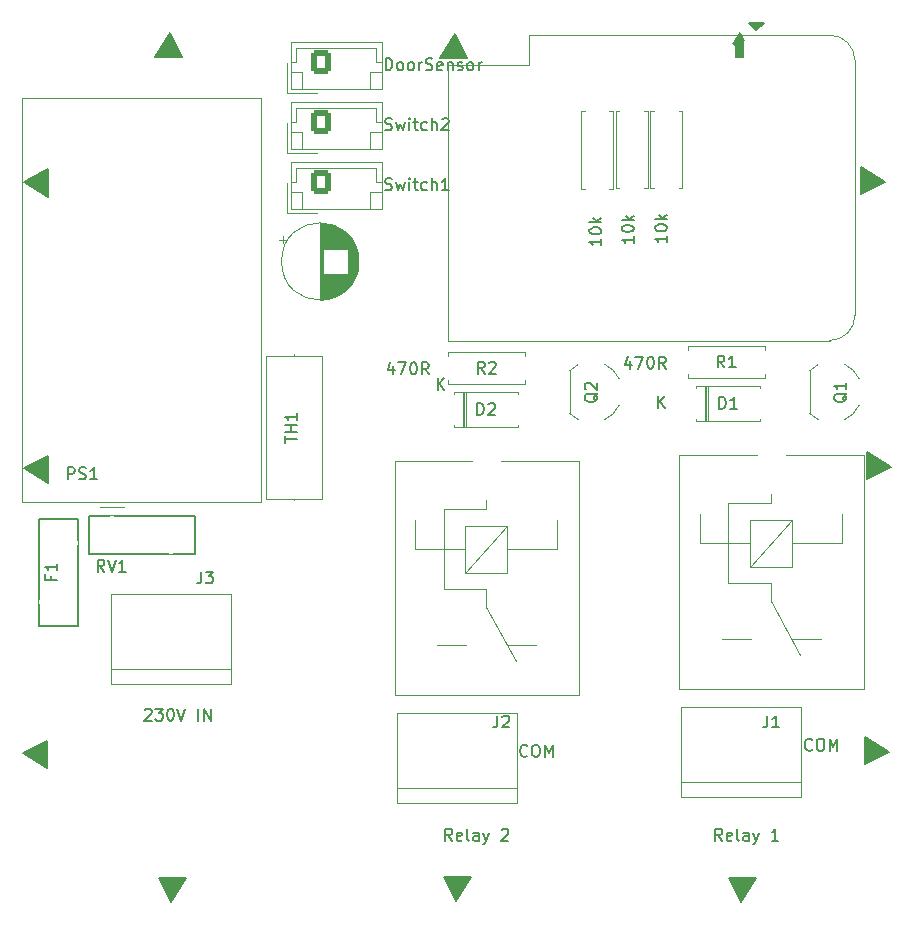
<source format=gto>
G04 #@! TF.GenerationSoftware,KiCad,Pcbnew,7.0.10*
G04 #@! TF.CreationDate,2024-03-10T12:39:23+01:00*
G04 #@! TF.ProjectId,double_relay,646f7562-6c65-45f7-9265-6c61792e6b69,rev?*
G04 #@! TF.SameCoordinates,Original*
G04 #@! TF.FileFunction,Legend,Top*
G04 #@! TF.FilePolarity,Positive*
%FSLAX46Y46*%
G04 Gerber Fmt 4.6, Leading zero omitted, Abs format (unit mm)*
G04 Created by KiCad (PCBNEW 7.0.10) date 2024-03-10 12:39:23*
%MOMM*%
%LPD*%
G01*
G04 APERTURE LIST*
G04 Aperture macros list*
%AMRoundRect*
0 Rectangle with rounded corners*
0 $1 Rounding radius*
0 $2 $3 $4 $5 $6 $7 $8 $9 X,Y pos of 4 corners*
0 Add a 4 corners polygon primitive as box body*
4,1,4,$2,$3,$4,$5,$6,$7,$8,$9,$2,$3,0*
0 Add four circle primitives for the rounded corners*
1,1,$1+$1,$2,$3*
1,1,$1+$1,$4,$5*
1,1,$1+$1,$6,$7*
1,1,$1+$1,$8,$9*
0 Add four rect primitives between the rounded corners*
20,1,$1+$1,$2,$3,$4,$5,0*
20,1,$1+$1,$4,$5,$6,$7,0*
20,1,$1+$1,$6,$7,$8,$9,0*
20,1,$1+$1,$8,$9,$2,$3,0*%
G04 Aperture macros list end*
%ADD10C,0.150000*%
%ADD11C,0.120000*%
%ADD12R,3.000000X3.000000*%
%ADD13C,3.000000*%
%ADD14R,2.200000X2.200000*%
%ADD15O,2.200000X2.200000*%
%ADD16R,1.500000X1.500000*%
%ADD17C,1.500000*%
%ADD18R,1.600000X1.600000*%
%ADD19C,1.600000*%
%ADD20C,2.000000*%
%ADD21RoundRect,0.250000X-0.600000X-0.750000X0.600000X-0.750000X0.600000X0.750000X-0.600000X0.750000X0*%
%ADD22O,1.700000X2.000000*%
%ADD23O,1.600000X1.600000*%
%ADD24C,2.500000*%
%ADD25C,2.400000*%
%ADD26O,2.400000X2.400000*%
%ADD27R,2.000000X2.300000*%
%ADD28C,2.300000*%
%ADD29R,2.000000X2.000000*%
%ADD30O,1.600000X2.000000*%
G04 APERTURE END LIST*
D10*
X129515067Y-62250303D02*
X127474148Y-63271320D01*
X127460660Y-60977872D01*
X129515067Y-62250303D01*
G36*
X129515067Y-62250303D02*
G01*
X127474148Y-63271320D01*
X127460660Y-60977872D01*
X129515067Y-62250303D01*
G37*
X58161811Y-63558518D02*
X56107404Y-62286087D01*
X58148323Y-61265070D01*
X58161811Y-63558518D01*
G36*
X58161811Y-63558518D02*
G01*
X56107404Y-62286087D01*
X58148323Y-61265070D01*
X58161811Y-63558518D01*
G37*
X58121457Y-39326340D02*
X56067050Y-38053909D01*
X58107969Y-37032892D01*
X58121457Y-39326340D01*
G36*
X58121457Y-39326340D02*
G01*
X56067050Y-38053909D01*
X58107969Y-37032892D01*
X58121457Y-39326340D01*
G37*
X58045303Y-87704624D02*
X55990896Y-86432193D01*
X58031815Y-85411176D01*
X58045303Y-87704624D01*
G36*
X58045303Y-87704624D02*
G01*
X55990896Y-86432193D01*
X58031815Y-85411176D01*
X58045303Y-87704624D01*
G37*
X93607763Y-27581063D02*
X91314315Y-27594551D01*
X92586746Y-25540144D01*
X93607763Y-27581063D01*
G36*
X93607763Y-27581063D02*
G01*
X91314315Y-27594551D01*
X92586746Y-25540144D01*
X93607763Y-27581063D01*
G37*
X117735332Y-27506125D02*
X115441884Y-27519613D01*
X116714315Y-25465206D01*
X117735332Y-27506125D01*
G36*
X117735332Y-27506125D02*
G01*
X115441884Y-27519613D01*
X116714315Y-25465206D01*
X117735332Y-27506125D01*
G37*
X69475332Y-27506125D02*
X67181884Y-27519613D01*
X68454315Y-25465206D01*
X69475332Y-27506125D01*
G36*
X69475332Y-27506125D02*
G01*
X67181884Y-27519613D01*
X68454315Y-25465206D01*
X69475332Y-27506125D01*
G37*
X129371496Y-86357133D02*
X127330577Y-87378150D01*
X127317089Y-85084702D01*
X129371496Y-86357133D01*
G36*
X129371496Y-86357133D02*
G01*
X127330577Y-87378150D01*
X127317089Y-85084702D01*
X129371496Y-86357133D01*
G37*
X92707569Y-98985062D02*
X91686552Y-96944143D01*
X93980000Y-96930655D01*
X92707569Y-98985062D01*
G36*
X92707569Y-98985062D02*
G01*
X91686552Y-96944143D01*
X93980000Y-96930655D01*
X92707569Y-98985062D01*
G37*
X68580000Y-99060000D02*
X67558983Y-97019081D01*
X69852431Y-97005593D01*
X68580000Y-99060000D01*
G36*
X68580000Y-99060000D02*
G01*
X67558983Y-97019081D01*
X69852431Y-97005593D01*
X68580000Y-99060000D01*
G37*
X116840000Y-99060000D02*
X115818983Y-97019081D01*
X118112431Y-97005593D01*
X116840000Y-99060000D01*
G36*
X116840000Y-99060000D02*
G01*
X115818983Y-97019081D01*
X118112431Y-97005593D01*
X116840000Y-99060000D01*
G37*
X129040919Y-38117872D02*
X127000000Y-39138889D01*
X126986512Y-36845441D01*
X129040919Y-38117872D01*
G36*
X129040919Y-38117872D02*
G01*
X127000000Y-39138889D01*
X126986512Y-36845441D01*
X129040919Y-38117872D01*
G37*
X87368402Y-53700933D02*
X87368402Y-54367600D01*
X87130307Y-53319981D02*
X86892212Y-54034266D01*
X86892212Y-54034266D02*
X87511259Y-54034266D01*
X87796974Y-53367600D02*
X88463640Y-53367600D01*
X88463640Y-53367600D02*
X88035069Y-54367600D01*
X89035069Y-53367600D02*
X89130307Y-53367600D01*
X89130307Y-53367600D02*
X89225545Y-53415219D01*
X89225545Y-53415219D02*
X89273164Y-53462838D01*
X89273164Y-53462838D02*
X89320783Y-53558076D01*
X89320783Y-53558076D02*
X89368402Y-53748552D01*
X89368402Y-53748552D02*
X89368402Y-53986647D01*
X89368402Y-53986647D02*
X89320783Y-54177123D01*
X89320783Y-54177123D02*
X89273164Y-54272361D01*
X89273164Y-54272361D02*
X89225545Y-54319981D01*
X89225545Y-54319981D02*
X89130307Y-54367600D01*
X89130307Y-54367600D02*
X89035069Y-54367600D01*
X89035069Y-54367600D02*
X88939831Y-54319981D01*
X88939831Y-54319981D02*
X88892212Y-54272361D01*
X88892212Y-54272361D02*
X88844593Y-54177123D01*
X88844593Y-54177123D02*
X88796974Y-53986647D01*
X88796974Y-53986647D02*
X88796974Y-53748552D01*
X88796974Y-53748552D02*
X88844593Y-53558076D01*
X88844593Y-53558076D02*
X88892212Y-53462838D01*
X88892212Y-53462838D02*
X88939831Y-53415219D01*
X88939831Y-53415219D02*
X89035069Y-53367600D01*
X90368402Y-54367600D02*
X90035069Y-53891409D01*
X89796974Y-54367600D02*
X89796974Y-53367600D01*
X89796974Y-53367600D02*
X90177926Y-53367600D01*
X90177926Y-53367600D02*
X90273164Y-53415219D01*
X90273164Y-53415219D02*
X90320783Y-53462838D01*
X90320783Y-53462838D02*
X90368402Y-53558076D01*
X90368402Y-53558076D02*
X90368402Y-53700933D01*
X90368402Y-53700933D02*
X90320783Y-53796171D01*
X90320783Y-53796171D02*
X90273164Y-53843790D01*
X90273164Y-53843790D02*
X90177926Y-53891409D01*
X90177926Y-53891409D02*
X89796974Y-53891409D01*
X86679160Y-38732200D02*
X86822017Y-38779819D01*
X86822017Y-38779819D02*
X87060112Y-38779819D01*
X87060112Y-38779819D02*
X87155350Y-38732200D01*
X87155350Y-38732200D02*
X87202969Y-38684580D01*
X87202969Y-38684580D02*
X87250588Y-38589342D01*
X87250588Y-38589342D02*
X87250588Y-38494104D01*
X87250588Y-38494104D02*
X87202969Y-38398866D01*
X87202969Y-38398866D02*
X87155350Y-38351247D01*
X87155350Y-38351247D02*
X87060112Y-38303628D01*
X87060112Y-38303628D02*
X86869636Y-38256009D01*
X86869636Y-38256009D02*
X86774398Y-38208390D01*
X86774398Y-38208390D02*
X86726779Y-38160771D01*
X86726779Y-38160771D02*
X86679160Y-38065533D01*
X86679160Y-38065533D02*
X86679160Y-37970295D01*
X86679160Y-37970295D02*
X86726779Y-37875057D01*
X86726779Y-37875057D02*
X86774398Y-37827438D01*
X86774398Y-37827438D02*
X86869636Y-37779819D01*
X86869636Y-37779819D02*
X87107731Y-37779819D01*
X87107731Y-37779819D02*
X87250588Y-37827438D01*
X87583922Y-38113152D02*
X87774398Y-38779819D01*
X87774398Y-38779819D02*
X87964874Y-38303628D01*
X87964874Y-38303628D02*
X88155350Y-38779819D01*
X88155350Y-38779819D02*
X88345826Y-38113152D01*
X88726779Y-38779819D02*
X88726779Y-38113152D01*
X88726779Y-37779819D02*
X88679160Y-37827438D01*
X88679160Y-37827438D02*
X88726779Y-37875057D01*
X88726779Y-37875057D02*
X88774398Y-37827438D01*
X88774398Y-37827438D02*
X88726779Y-37779819D01*
X88726779Y-37779819D02*
X88726779Y-37875057D01*
X89060112Y-38113152D02*
X89441064Y-38113152D01*
X89202969Y-37779819D02*
X89202969Y-38636961D01*
X89202969Y-38636961D02*
X89250588Y-38732200D01*
X89250588Y-38732200D02*
X89345826Y-38779819D01*
X89345826Y-38779819D02*
X89441064Y-38779819D01*
X90202969Y-38732200D02*
X90107731Y-38779819D01*
X90107731Y-38779819D02*
X89917255Y-38779819D01*
X89917255Y-38779819D02*
X89822017Y-38732200D01*
X89822017Y-38732200D02*
X89774398Y-38684580D01*
X89774398Y-38684580D02*
X89726779Y-38589342D01*
X89726779Y-38589342D02*
X89726779Y-38303628D01*
X89726779Y-38303628D02*
X89774398Y-38208390D01*
X89774398Y-38208390D02*
X89822017Y-38160771D01*
X89822017Y-38160771D02*
X89917255Y-38113152D01*
X89917255Y-38113152D02*
X90107731Y-38113152D01*
X90107731Y-38113152D02*
X90202969Y-38160771D01*
X90631541Y-38779819D02*
X90631541Y-37779819D01*
X91060112Y-38779819D02*
X91060112Y-38256009D01*
X91060112Y-38256009D02*
X91012493Y-38160771D01*
X91012493Y-38160771D02*
X90917255Y-38113152D01*
X90917255Y-38113152D02*
X90774398Y-38113152D01*
X90774398Y-38113152D02*
X90679160Y-38160771D01*
X90679160Y-38160771D02*
X90631541Y-38208390D01*
X92060112Y-38779819D02*
X91488684Y-38779819D01*
X91774398Y-38779819D02*
X91774398Y-37779819D01*
X91774398Y-37779819D02*
X91679160Y-37922676D01*
X91679160Y-37922676D02*
X91583922Y-38017914D01*
X91583922Y-38017914D02*
X91488684Y-38065533D01*
X66329160Y-82785057D02*
X66376779Y-82737438D01*
X66376779Y-82737438D02*
X66472017Y-82689819D01*
X66472017Y-82689819D02*
X66710112Y-82689819D01*
X66710112Y-82689819D02*
X66805350Y-82737438D01*
X66805350Y-82737438D02*
X66852969Y-82785057D01*
X66852969Y-82785057D02*
X66900588Y-82880295D01*
X66900588Y-82880295D02*
X66900588Y-82975533D01*
X66900588Y-82975533D02*
X66852969Y-83118390D01*
X66852969Y-83118390D02*
X66281541Y-83689819D01*
X66281541Y-83689819D02*
X66900588Y-83689819D01*
X67233922Y-82689819D02*
X67852969Y-82689819D01*
X67852969Y-82689819D02*
X67519636Y-83070771D01*
X67519636Y-83070771D02*
X67662493Y-83070771D01*
X67662493Y-83070771D02*
X67757731Y-83118390D01*
X67757731Y-83118390D02*
X67805350Y-83166009D01*
X67805350Y-83166009D02*
X67852969Y-83261247D01*
X67852969Y-83261247D02*
X67852969Y-83499342D01*
X67852969Y-83499342D02*
X67805350Y-83594580D01*
X67805350Y-83594580D02*
X67757731Y-83642200D01*
X67757731Y-83642200D02*
X67662493Y-83689819D01*
X67662493Y-83689819D02*
X67376779Y-83689819D01*
X67376779Y-83689819D02*
X67281541Y-83642200D01*
X67281541Y-83642200D02*
X67233922Y-83594580D01*
X68472017Y-82689819D02*
X68567255Y-82689819D01*
X68567255Y-82689819D02*
X68662493Y-82737438D01*
X68662493Y-82737438D02*
X68710112Y-82785057D01*
X68710112Y-82785057D02*
X68757731Y-82880295D01*
X68757731Y-82880295D02*
X68805350Y-83070771D01*
X68805350Y-83070771D02*
X68805350Y-83308866D01*
X68805350Y-83308866D02*
X68757731Y-83499342D01*
X68757731Y-83499342D02*
X68710112Y-83594580D01*
X68710112Y-83594580D02*
X68662493Y-83642200D01*
X68662493Y-83642200D02*
X68567255Y-83689819D01*
X68567255Y-83689819D02*
X68472017Y-83689819D01*
X68472017Y-83689819D02*
X68376779Y-83642200D01*
X68376779Y-83642200D02*
X68329160Y-83594580D01*
X68329160Y-83594580D02*
X68281541Y-83499342D01*
X68281541Y-83499342D02*
X68233922Y-83308866D01*
X68233922Y-83308866D02*
X68233922Y-83070771D01*
X68233922Y-83070771D02*
X68281541Y-82880295D01*
X68281541Y-82880295D02*
X68329160Y-82785057D01*
X68329160Y-82785057D02*
X68376779Y-82737438D01*
X68376779Y-82737438D02*
X68472017Y-82689819D01*
X69091065Y-82689819D02*
X69424398Y-83689819D01*
X69424398Y-83689819D02*
X69757731Y-82689819D01*
X70852970Y-83689819D02*
X70852970Y-82689819D01*
X71329160Y-83689819D02*
X71329160Y-82689819D01*
X71329160Y-82689819D02*
X71900588Y-83689819D01*
X71900588Y-83689819D02*
X71900588Y-82689819D01*
X122828207Y-86134580D02*
X122780588Y-86182200D01*
X122780588Y-86182200D02*
X122637731Y-86229819D01*
X122637731Y-86229819D02*
X122542493Y-86229819D01*
X122542493Y-86229819D02*
X122399636Y-86182200D01*
X122399636Y-86182200D02*
X122304398Y-86086961D01*
X122304398Y-86086961D02*
X122256779Y-85991723D01*
X122256779Y-85991723D02*
X122209160Y-85801247D01*
X122209160Y-85801247D02*
X122209160Y-85658390D01*
X122209160Y-85658390D02*
X122256779Y-85467914D01*
X122256779Y-85467914D02*
X122304398Y-85372676D01*
X122304398Y-85372676D02*
X122399636Y-85277438D01*
X122399636Y-85277438D02*
X122542493Y-85229819D01*
X122542493Y-85229819D02*
X122637731Y-85229819D01*
X122637731Y-85229819D02*
X122780588Y-85277438D01*
X122780588Y-85277438D02*
X122828207Y-85325057D01*
X123447255Y-85229819D02*
X123637731Y-85229819D01*
X123637731Y-85229819D02*
X123732969Y-85277438D01*
X123732969Y-85277438D02*
X123828207Y-85372676D01*
X123828207Y-85372676D02*
X123875826Y-85563152D01*
X123875826Y-85563152D02*
X123875826Y-85896485D01*
X123875826Y-85896485D02*
X123828207Y-86086961D01*
X123828207Y-86086961D02*
X123732969Y-86182200D01*
X123732969Y-86182200D02*
X123637731Y-86229819D01*
X123637731Y-86229819D02*
X123447255Y-86229819D01*
X123447255Y-86229819D02*
X123352017Y-86182200D01*
X123352017Y-86182200D02*
X123256779Y-86086961D01*
X123256779Y-86086961D02*
X123209160Y-85896485D01*
X123209160Y-85896485D02*
X123209160Y-85563152D01*
X123209160Y-85563152D02*
X123256779Y-85372676D01*
X123256779Y-85372676D02*
X123352017Y-85277438D01*
X123352017Y-85277438D02*
X123447255Y-85229819D01*
X124304398Y-86229819D02*
X124304398Y-85229819D01*
X124304398Y-85229819D02*
X124637731Y-85944104D01*
X124637731Y-85944104D02*
X124971064Y-85229819D01*
X124971064Y-85229819D02*
X124971064Y-86229819D01*
X107726622Y-42693964D02*
X107726622Y-43265392D01*
X107726622Y-42979678D02*
X106726622Y-42979678D01*
X106726622Y-42979678D02*
X106869479Y-43074916D01*
X106869479Y-43074916D02*
X106964717Y-43170154D01*
X106964717Y-43170154D02*
X107012336Y-43265392D01*
X106726622Y-42074916D02*
X106726622Y-41979678D01*
X106726622Y-41979678D02*
X106774241Y-41884440D01*
X106774241Y-41884440D02*
X106821860Y-41836821D01*
X106821860Y-41836821D02*
X106917098Y-41789202D01*
X106917098Y-41789202D02*
X107107574Y-41741583D01*
X107107574Y-41741583D02*
X107345669Y-41741583D01*
X107345669Y-41741583D02*
X107536145Y-41789202D01*
X107536145Y-41789202D02*
X107631383Y-41836821D01*
X107631383Y-41836821D02*
X107679003Y-41884440D01*
X107679003Y-41884440D02*
X107726622Y-41979678D01*
X107726622Y-41979678D02*
X107726622Y-42074916D01*
X107726622Y-42074916D02*
X107679003Y-42170154D01*
X107679003Y-42170154D02*
X107631383Y-42217773D01*
X107631383Y-42217773D02*
X107536145Y-42265392D01*
X107536145Y-42265392D02*
X107345669Y-42313011D01*
X107345669Y-42313011D02*
X107107574Y-42313011D01*
X107107574Y-42313011D02*
X106917098Y-42265392D01*
X106917098Y-42265392D02*
X106821860Y-42217773D01*
X106821860Y-42217773D02*
X106774241Y-42170154D01*
X106774241Y-42170154D02*
X106726622Y-42074916D01*
X107726622Y-41313011D02*
X106726622Y-41313011D01*
X107345669Y-41217773D02*
X107726622Y-40932059D01*
X107059955Y-40932059D02*
X107440907Y-41313011D01*
X92348207Y-93849819D02*
X92014874Y-93373628D01*
X91776779Y-93849819D02*
X91776779Y-92849819D01*
X91776779Y-92849819D02*
X92157731Y-92849819D01*
X92157731Y-92849819D02*
X92252969Y-92897438D01*
X92252969Y-92897438D02*
X92300588Y-92945057D01*
X92300588Y-92945057D02*
X92348207Y-93040295D01*
X92348207Y-93040295D02*
X92348207Y-93183152D01*
X92348207Y-93183152D02*
X92300588Y-93278390D01*
X92300588Y-93278390D02*
X92252969Y-93326009D01*
X92252969Y-93326009D02*
X92157731Y-93373628D01*
X92157731Y-93373628D02*
X91776779Y-93373628D01*
X93157731Y-93802200D02*
X93062493Y-93849819D01*
X93062493Y-93849819D02*
X92872017Y-93849819D01*
X92872017Y-93849819D02*
X92776779Y-93802200D01*
X92776779Y-93802200D02*
X92729160Y-93706961D01*
X92729160Y-93706961D02*
X92729160Y-93326009D01*
X92729160Y-93326009D02*
X92776779Y-93230771D01*
X92776779Y-93230771D02*
X92872017Y-93183152D01*
X92872017Y-93183152D02*
X93062493Y-93183152D01*
X93062493Y-93183152D02*
X93157731Y-93230771D01*
X93157731Y-93230771D02*
X93205350Y-93326009D01*
X93205350Y-93326009D02*
X93205350Y-93421247D01*
X93205350Y-93421247D02*
X92729160Y-93516485D01*
X93776779Y-93849819D02*
X93681541Y-93802200D01*
X93681541Y-93802200D02*
X93633922Y-93706961D01*
X93633922Y-93706961D02*
X93633922Y-92849819D01*
X94586303Y-93849819D02*
X94586303Y-93326009D01*
X94586303Y-93326009D02*
X94538684Y-93230771D01*
X94538684Y-93230771D02*
X94443446Y-93183152D01*
X94443446Y-93183152D02*
X94252970Y-93183152D01*
X94252970Y-93183152D02*
X94157732Y-93230771D01*
X94586303Y-93802200D02*
X94491065Y-93849819D01*
X94491065Y-93849819D02*
X94252970Y-93849819D01*
X94252970Y-93849819D02*
X94157732Y-93802200D01*
X94157732Y-93802200D02*
X94110113Y-93706961D01*
X94110113Y-93706961D02*
X94110113Y-93611723D01*
X94110113Y-93611723D02*
X94157732Y-93516485D01*
X94157732Y-93516485D02*
X94252970Y-93468866D01*
X94252970Y-93468866D02*
X94491065Y-93468866D01*
X94491065Y-93468866D02*
X94586303Y-93421247D01*
X94967256Y-93183152D02*
X95205351Y-93849819D01*
X95443446Y-93183152D02*
X95205351Y-93849819D01*
X95205351Y-93849819D02*
X95110113Y-94087914D01*
X95110113Y-94087914D02*
X95062494Y-94135533D01*
X95062494Y-94135533D02*
X94967256Y-94183152D01*
X96538685Y-92945057D02*
X96586304Y-92897438D01*
X96586304Y-92897438D02*
X96681542Y-92849819D01*
X96681542Y-92849819D02*
X96919637Y-92849819D01*
X96919637Y-92849819D02*
X97014875Y-92897438D01*
X97014875Y-92897438D02*
X97062494Y-92945057D01*
X97062494Y-92945057D02*
X97110113Y-93040295D01*
X97110113Y-93040295D02*
X97110113Y-93135533D01*
X97110113Y-93135533D02*
X97062494Y-93278390D01*
X97062494Y-93278390D02*
X96491066Y-93849819D01*
X96491066Y-93849819D02*
X97110113Y-93849819D01*
X107445350Y-53222147D02*
X107445350Y-53888814D01*
X107207255Y-52841195D02*
X106969160Y-53555480D01*
X106969160Y-53555480D02*
X107588207Y-53555480D01*
X107873922Y-52888814D02*
X108540588Y-52888814D01*
X108540588Y-52888814D02*
X108112017Y-53888814D01*
X109112017Y-52888814D02*
X109207255Y-52888814D01*
X109207255Y-52888814D02*
X109302493Y-52936433D01*
X109302493Y-52936433D02*
X109350112Y-52984052D01*
X109350112Y-52984052D02*
X109397731Y-53079290D01*
X109397731Y-53079290D02*
X109445350Y-53269766D01*
X109445350Y-53269766D02*
X109445350Y-53507861D01*
X109445350Y-53507861D02*
X109397731Y-53698337D01*
X109397731Y-53698337D02*
X109350112Y-53793575D01*
X109350112Y-53793575D02*
X109302493Y-53841195D01*
X109302493Y-53841195D02*
X109207255Y-53888814D01*
X109207255Y-53888814D02*
X109112017Y-53888814D01*
X109112017Y-53888814D02*
X109016779Y-53841195D01*
X109016779Y-53841195D02*
X108969160Y-53793575D01*
X108969160Y-53793575D02*
X108921541Y-53698337D01*
X108921541Y-53698337D02*
X108873922Y-53507861D01*
X108873922Y-53507861D02*
X108873922Y-53269766D01*
X108873922Y-53269766D02*
X108921541Y-53079290D01*
X108921541Y-53079290D02*
X108969160Y-52984052D01*
X108969160Y-52984052D02*
X109016779Y-52936433D01*
X109016779Y-52936433D02*
X109112017Y-52888814D01*
X110445350Y-53888814D02*
X110112017Y-53412623D01*
X109873922Y-53888814D02*
X109873922Y-52888814D01*
X109873922Y-52888814D02*
X110254874Y-52888814D01*
X110254874Y-52888814D02*
X110350112Y-52936433D01*
X110350112Y-52936433D02*
X110397731Y-52984052D01*
X110397731Y-52984052D02*
X110445350Y-53079290D01*
X110445350Y-53079290D02*
X110445350Y-53222147D01*
X110445350Y-53222147D02*
X110397731Y-53317385D01*
X110397731Y-53317385D02*
X110350112Y-53365004D01*
X110350112Y-53365004D02*
X110254874Y-53412623D01*
X110254874Y-53412623D02*
X109873922Y-53412623D01*
X115208207Y-93849819D02*
X114874874Y-93373628D01*
X114636779Y-93849819D02*
X114636779Y-92849819D01*
X114636779Y-92849819D02*
X115017731Y-92849819D01*
X115017731Y-92849819D02*
X115112969Y-92897438D01*
X115112969Y-92897438D02*
X115160588Y-92945057D01*
X115160588Y-92945057D02*
X115208207Y-93040295D01*
X115208207Y-93040295D02*
X115208207Y-93183152D01*
X115208207Y-93183152D02*
X115160588Y-93278390D01*
X115160588Y-93278390D02*
X115112969Y-93326009D01*
X115112969Y-93326009D02*
X115017731Y-93373628D01*
X115017731Y-93373628D02*
X114636779Y-93373628D01*
X116017731Y-93802200D02*
X115922493Y-93849819D01*
X115922493Y-93849819D02*
X115732017Y-93849819D01*
X115732017Y-93849819D02*
X115636779Y-93802200D01*
X115636779Y-93802200D02*
X115589160Y-93706961D01*
X115589160Y-93706961D02*
X115589160Y-93326009D01*
X115589160Y-93326009D02*
X115636779Y-93230771D01*
X115636779Y-93230771D02*
X115732017Y-93183152D01*
X115732017Y-93183152D02*
X115922493Y-93183152D01*
X115922493Y-93183152D02*
X116017731Y-93230771D01*
X116017731Y-93230771D02*
X116065350Y-93326009D01*
X116065350Y-93326009D02*
X116065350Y-93421247D01*
X116065350Y-93421247D02*
X115589160Y-93516485D01*
X116636779Y-93849819D02*
X116541541Y-93802200D01*
X116541541Y-93802200D02*
X116493922Y-93706961D01*
X116493922Y-93706961D02*
X116493922Y-92849819D01*
X117446303Y-93849819D02*
X117446303Y-93326009D01*
X117446303Y-93326009D02*
X117398684Y-93230771D01*
X117398684Y-93230771D02*
X117303446Y-93183152D01*
X117303446Y-93183152D02*
X117112970Y-93183152D01*
X117112970Y-93183152D02*
X117017732Y-93230771D01*
X117446303Y-93802200D02*
X117351065Y-93849819D01*
X117351065Y-93849819D02*
X117112970Y-93849819D01*
X117112970Y-93849819D02*
X117017732Y-93802200D01*
X117017732Y-93802200D02*
X116970113Y-93706961D01*
X116970113Y-93706961D02*
X116970113Y-93611723D01*
X116970113Y-93611723D02*
X117017732Y-93516485D01*
X117017732Y-93516485D02*
X117112970Y-93468866D01*
X117112970Y-93468866D02*
X117351065Y-93468866D01*
X117351065Y-93468866D02*
X117446303Y-93421247D01*
X117827256Y-93183152D02*
X118065351Y-93849819D01*
X118303446Y-93183152D02*
X118065351Y-93849819D01*
X118065351Y-93849819D02*
X117970113Y-94087914D01*
X117970113Y-94087914D02*
X117922494Y-94135533D01*
X117922494Y-94135533D02*
X117827256Y-94183152D01*
X119970113Y-93849819D02*
X119398685Y-93849819D01*
X119684399Y-93849819D02*
X119684399Y-92849819D01*
X119684399Y-92849819D02*
X119589161Y-92992676D01*
X119589161Y-92992676D02*
X119493923Y-93087914D01*
X119493923Y-93087914D02*
X119398685Y-93135533D01*
X86679160Y-33652200D02*
X86822017Y-33699819D01*
X86822017Y-33699819D02*
X87060112Y-33699819D01*
X87060112Y-33699819D02*
X87155350Y-33652200D01*
X87155350Y-33652200D02*
X87202969Y-33604580D01*
X87202969Y-33604580D02*
X87250588Y-33509342D01*
X87250588Y-33509342D02*
X87250588Y-33414104D01*
X87250588Y-33414104D02*
X87202969Y-33318866D01*
X87202969Y-33318866D02*
X87155350Y-33271247D01*
X87155350Y-33271247D02*
X87060112Y-33223628D01*
X87060112Y-33223628D02*
X86869636Y-33176009D01*
X86869636Y-33176009D02*
X86774398Y-33128390D01*
X86774398Y-33128390D02*
X86726779Y-33080771D01*
X86726779Y-33080771D02*
X86679160Y-32985533D01*
X86679160Y-32985533D02*
X86679160Y-32890295D01*
X86679160Y-32890295D02*
X86726779Y-32795057D01*
X86726779Y-32795057D02*
X86774398Y-32747438D01*
X86774398Y-32747438D02*
X86869636Y-32699819D01*
X86869636Y-32699819D02*
X87107731Y-32699819D01*
X87107731Y-32699819D02*
X87250588Y-32747438D01*
X87583922Y-33033152D02*
X87774398Y-33699819D01*
X87774398Y-33699819D02*
X87964874Y-33223628D01*
X87964874Y-33223628D02*
X88155350Y-33699819D01*
X88155350Y-33699819D02*
X88345826Y-33033152D01*
X88726779Y-33699819D02*
X88726779Y-33033152D01*
X88726779Y-32699819D02*
X88679160Y-32747438D01*
X88679160Y-32747438D02*
X88726779Y-32795057D01*
X88726779Y-32795057D02*
X88774398Y-32747438D01*
X88774398Y-32747438D02*
X88726779Y-32699819D01*
X88726779Y-32699819D02*
X88726779Y-32795057D01*
X89060112Y-33033152D02*
X89441064Y-33033152D01*
X89202969Y-32699819D02*
X89202969Y-33556961D01*
X89202969Y-33556961D02*
X89250588Y-33652200D01*
X89250588Y-33652200D02*
X89345826Y-33699819D01*
X89345826Y-33699819D02*
X89441064Y-33699819D01*
X90202969Y-33652200D02*
X90107731Y-33699819D01*
X90107731Y-33699819D02*
X89917255Y-33699819D01*
X89917255Y-33699819D02*
X89822017Y-33652200D01*
X89822017Y-33652200D02*
X89774398Y-33604580D01*
X89774398Y-33604580D02*
X89726779Y-33509342D01*
X89726779Y-33509342D02*
X89726779Y-33223628D01*
X89726779Y-33223628D02*
X89774398Y-33128390D01*
X89774398Y-33128390D02*
X89822017Y-33080771D01*
X89822017Y-33080771D02*
X89917255Y-33033152D01*
X89917255Y-33033152D02*
X90107731Y-33033152D01*
X90107731Y-33033152D02*
X90202969Y-33080771D01*
X90631541Y-33699819D02*
X90631541Y-32699819D01*
X91060112Y-33699819D02*
X91060112Y-33176009D01*
X91060112Y-33176009D02*
X91012493Y-33080771D01*
X91012493Y-33080771D02*
X90917255Y-33033152D01*
X90917255Y-33033152D02*
X90774398Y-33033152D01*
X90774398Y-33033152D02*
X90679160Y-33080771D01*
X90679160Y-33080771D02*
X90631541Y-33128390D01*
X91488684Y-32795057D02*
X91536303Y-32747438D01*
X91536303Y-32747438D02*
X91631541Y-32699819D01*
X91631541Y-32699819D02*
X91869636Y-32699819D01*
X91869636Y-32699819D02*
X91964874Y-32747438D01*
X91964874Y-32747438D02*
X92012493Y-32795057D01*
X92012493Y-32795057D02*
X92060112Y-32890295D01*
X92060112Y-32890295D02*
X92060112Y-32985533D01*
X92060112Y-32985533D02*
X92012493Y-33128390D01*
X92012493Y-33128390D02*
X91441065Y-33699819D01*
X91441065Y-33699819D02*
X92060112Y-33699819D01*
X104973857Y-42897873D02*
X104973857Y-43469301D01*
X104973857Y-43183587D02*
X103973857Y-43183587D01*
X103973857Y-43183587D02*
X104116714Y-43278825D01*
X104116714Y-43278825D02*
X104211952Y-43374063D01*
X104211952Y-43374063D02*
X104259571Y-43469301D01*
X103973857Y-42278825D02*
X103973857Y-42183587D01*
X103973857Y-42183587D02*
X104021476Y-42088349D01*
X104021476Y-42088349D02*
X104069095Y-42040730D01*
X104069095Y-42040730D02*
X104164333Y-41993111D01*
X104164333Y-41993111D02*
X104354809Y-41945492D01*
X104354809Y-41945492D02*
X104592904Y-41945492D01*
X104592904Y-41945492D02*
X104783380Y-41993111D01*
X104783380Y-41993111D02*
X104878618Y-42040730D01*
X104878618Y-42040730D02*
X104926238Y-42088349D01*
X104926238Y-42088349D02*
X104973857Y-42183587D01*
X104973857Y-42183587D02*
X104973857Y-42278825D01*
X104973857Y-42278825D02*
X104926238Y-42374063D01*
X104926238Y-42374063D02*
X104878618Y-42421682D01*
X104878618Y-42421682D02*
X104783380Y-42469301D01*
X104783380Y-42469301D02*
X104592904Y-42516920D01*
X104592904Y-42516920D02*
X104354809Y-42516920D01*
X104354809Y-42516920D02*
X104164333Y-42469301D01*
X104164333Y-42469301D02*
X104069095Y-42421682D01*
X104069095Y-42421682D02*
X104021476Y-42374063D01*
X104021476Y-42374063D02*
X103973857Y-42278825D01*
X104973857Y-41516920D02*
X103973857Y-41516920D01*
X104592904Y-41421682D02*
X104973857Y-41135968D01*
X104307190Y-41135968D02*
X104688142Y-41516920D01*
X98723338Y-86649890D02*
X98675719Y-86697510D01*
X98675719Y-86697510D02*
X98532862Y-86745129D01*
X98532862Y-86745129D02*
X98437624Y-86745129D01*
X98437624Y-86745129D02*
X98294767Y-86697510D01*
X98294767Y-86697510D02*
X98199529Y-86602271D01*
X98199529Y-86602271D02*
X98151910Y-86507033D01*
X98151910Y-86507033D02*
X98104291Y-86316557D01*
X98104291Y-86316557D02*
X98104291Y-86173700D01*
X98104291Y-86173700D02*
X98151910Y-85983224D01*
X98151910Y-85983224D02*
X98199529Y-85887986D01*
X98199529Y-85887986D02*
X98294767Y-85792748D01*
X98294767Y-85792748D02*
X98437624Y-85745129D01*
X98437624Y-85745129D02*
X98532862Y-85745129D01*
X98532862Y-85745129D02*
X98675719Y-85792748D01*
X98675719Y-85792748D02*
X98723338Y-85840367D01*
X99342386Y-85745129D02*
X99532862Y-85745129D01*
X99532862Y-85745129D02*
X99628100Y-85792748D01*
X99628100Y-85792748D02*
X99723338Y-85887986D01*
X99723338Y-85887986D02*
X99770957Y-86078462D01*
X99770957Y-86078462D02*
X99770957Y-86411795D01*
X99770957Y-86411795D02*
X99723338Y-86602271D01*
X99723338Y-86602271D02*
X99628100Y-86697510D01*
X99628100Y-86697510D02*
X99532862Y-86745129D01*
X99532862Y-86745129D02*
X99342386Y-86745129D01*
X99342386Y-86745129D02*
X99247148Y-86697510D01*
X99247148Y-86697510D02*
X99151910Y-86602271D01*
X99151910Y-86602271D02*
X99104291Y-86411795D01*
X99104291Y-86411795D02*
X99104291Y-86078462D01*
X99104291Y-86078462D02*
X99151910Y-85887986D01*
X99151910Y-85887986D02*
X99247148Y-85792748D01*
X99247148Y-85792748D02*
X99342386Y-85745129D01*
X100199529Y-86745129D02*
X100199529Y-85745129D01*
X100199529Y-85745129D02*
X100532862Y-86459414D01*
X100532862Y-86459414D02*
X100866195Y-85745129D01*
X100866195Y-85745129D02*
X100866195Y-86745129D01*
X110530365Y-42642987D02*
X110530365Y-43214415D01*
X110530365Y-42928701D02*
X109530365Y-42928701D01*
X109530365Y-42928701D02*
X109673222Y-43023939D01*
X109673222Y-43023939D02*
X109768460Y-43119177D01*
X109768460Y-43119177D02*
X109816079Y-43214415D01*
X109530365Y-42023939D02*
X109530365Y-41928701D01*
X109530365Y-41928701D02*
X109577984Y-41833463D01*
X109577984Y-41833463D02*
X109625603Y-41785844D01*
X109625603Y-41785844D02*
X109720841Y-41738225D01*
X109720841Y-41738225D02*
X109911317Y-41690606D01*
X109911317Y-41690606D02*
X110149412Y-41690606D01*
X110149412Y-41690606D02*
X110339888Y-41738225D01*
X110339888Y-41738225D02*
X110435126Y-41785844D01*
X110435126Y-41785844D02*
X110482746Y-41833463D01*
X110482746Y-41833463D02*
X110530365Y-41928701D01*
X110530365Y-41928701D02*
X110530365Y-42023939D01*
X110530365Y-42023939D02*
X110482746Y-42119177D01*
X110482746Y-42119177D02*
X110435126Y-42166796D01*
X110435126Y-42166796D02*
X110339888Y-42214415D01*
X110339888Y-42214415D02*
X110149412Y-42262034D01*
X110149412Y-42262034D02*
X109911317Y-42262034D01*
X109911317Y-42262034D02*
X109720841Y-42214415D01*
X109720841Y-42214415D02*
X109625603Y-42166796D01*
X109625603Y-42166796D02*
X109577984Y-42119177D01*
X109577984Y-42119177D02*
X109530365Y-42023939D01*
X110530365Y-41262034D02*
X109530365Y-41262034D01*
X110149412Y-41166796D02*
X110530365Y-40881082D01*
X109863698Y-40881082D02*
X110244650Y-41262034D01*
X86726779Y-28619819D02*
X86726779Y-27619819D01*
X86726779Y-27619819D02*
X86964874Y-27619819D01*
X86964874Y-27619819D02*
X87107731Y-27667438D01*
X87107731Y-27667438D02*
X87202969Y-27762676D01*
X87202969Y-27762676D02*
X87250588Y-27857914D01*
X87250588Y-27857914D02*
X87298207Y-28048390D01*
X87298207Y-28048390D02*
X87298207Y-28191247D01*
X87298207Y-28191247D02*
X87250588Y-28381723D01*
X87250588Y-28381723D02*
X87202969Y-28476961D01*
X87202969Y-28476961D02*
X87107731Y-28572200D01*
X87107731Y-28572200D02*
X86964874Y-28619819D01*
X86964874Y-28619819D02*
X86726779Y-28619819D01*
X87869636Y-28619819D02*
X87774398Y-28572200D01*
X87774398Y-28572200D02*
X87726779Y-28524580D01*
X87726779Y-28524580D02*
X87679160Y-28429342D01*
X87679160Y-28429342D02*
X87679160Y-28143628D01*
X87679160Y-28143628D02*
X87726779Y-28048390D01*
X87726779Y-28048390D02*
X87774398Y-28000771D01*
X87774398Y-28000771D02*
X87869636Y-27953152D01*
X87869636Y-27953152D02*
X88012493Y-27953152D01*
X88012493Y-27953152D02*
X88107731Y-28000771D01*
X88107731Y-28000771D02*
X88155350Y-28048390D01*
X88155350Y-28048390D02*
X88202969Y-28143628D01*
X88202969Y-28143628D02*
X88202969Y-28429342D01*
X88202969Y-28429342D02*
X88155350Y-28524580D01*
X88155350Y-28524580D02*
X88107731Y-28572200D01*
X88107731Y-28572200D02*
X88012493Y-28619819D01*
X88012493Y-28619819D02*
X87869636Y-28619819D01*
X88774398Y-28619819D02*
X88679160Y-28572200D01*
X88679160Y-28572200D02*
X88631541Y-28524580D01*
X88631541Y-28524580D02*
X88583922Y-28429342D01*
X88583922Y-28429342D02*
X88583922Y-28143628D01*
X88583922Y-28143628D02*
X88631541Y-28048390D01*
X88631541Y-28048390D02*
X88679160Y-28000771D01*
X88679160Y-28000771D02*
X88774398Y-27953152D01*
X88774398Y-27953152D02*
X88917255Y-27953152D01*
X88917255Y-27953152D02*
X89012493Y-28000771D01*
X89012493Y-28000771D02*
X89060112Y-28048390D01*
X89060112Y-28048390D02*
X89107731Y-28143628D01*
X89107731Y-28143628D02*
X89107731Y-28429342D01*
X89107731Y-28429342D02*
X89060112Y-28524580D01*
X89060112Y-28524580D02*
X89012493Y-28572200D01*
X89012493Y-28572200D02*
X88917255Y-28619819D01*
X88917255Y-28619819D02*
X88774398Y-28619819D01*
X89536303Y-28619819D02*
X89536303Y-27953152D01*
X89536303Y-28143628D02*
X89583922Y-28048390D01*
X89583922Y-28048390D02*
X89631541Y-28000771D01*
X89631541Y-28000771D02*
X89726779Y-27953152D01*
X89726779Y-27953152D02*
X89822017Y-27953152D01*
X90107732Y-28572200D02*
X90250589Y-28619819D01*
X90250589Y-28619819D02*
X90488684Y-28619819D01*
X90488684Y-28619819D02*
X90583922Y-28572200D01*
X90583922Y-28572200D02*
X90631541Y-28524580D01*
X90631541Y-28524580D02*
X90679160Y-28429342D01*
X90679160Y-28429342D02*
X90679160Y-28334104D01*
X90679160Y-28334104D02*
X90631541Y-28238866D01*
X90631541Y-28238866D02*
X90583922Y-28191247D01*
X90583922Y-28191247D02*
X90488684Y-28143628D01*
X90488684Y-28143628D02*
X90298208Y-28096009D01*
X90298208Y-28096009D02*
X90202970Y-28048390D01*
X90202970Y-28048390D02*
X90155351Y-28000771D01*
X90155351Y-28000771D02*
X90107732Y-27905533D01*
X90107732Y-27905533D02*
X90107732Y-27810295D01*
X90107732Y-27810295D02*
X90155351Y-27715057D01*
X90155351Y-27715057D02*
X90202970Y-27667438D01*
X90202970Y-27667438D02*
X90298208Y-27619819D01*
X90298208Y-27619819D02*
X90536303Y-27619819D01*
X90536303Y-27619819D02*
X90679160Y-27667438D01*
X91488684Y-28572200D02*
X91393446Y-28619819D01*
X91393446Y-28619819D02*
X91202970Y-28619819D01*
X91202970Y-28619819D02*
X91107732Y-28572200D01*
X91107732Y-28572200D02*
X91060113Y-28476961D01*
X91060113Y-28476961D02*
X91060113Y-28096009D01*
X91060113Y-28096009D02*
X91107732Y-28000771D01*
X91107732Y-28000771D02*
X91202970Y-27953152D01*
X91202970Y-27953152D02*
X91393446Y-27953152D01*
X91393446Y-27953152D02*
X91488684Y-28000771D01*
X91488684Y-28000771D02*
X91536303Y-28096009D01*
X91536303Y-28096009D02*
X91536303Y-28191247D01*
X91536303Y-28191247D02*
X91060113Y-28286485D01*
X91964875Y-27953152D02*
X91964875Y-28619819D01*
X91964875Y-28048390D02*
X92012494Y-28000771D01*
X92012494Y-28000771D02*
X92107732Y-27953152D01*
X92107732Y-27953152D02*
X92250589Y-27953152D01*
X92250589Y-27953152D02*
X92345827Y-28000771D01*
X92345827Y-28000771D02*
X92393446Y-28096009D01*
X92393446Y-28096009D02*
X92393446Y-28619819D01*
X92822018Y-28572200D02*
X92917256Y-28619819D01*
X92917256Y-28619819D02*
X93107732Y-28619819D01*
X93107732Y-28619819D02*
X93202970Y-28572200D01*
X93202970Y-28572200D02*
X93250589Y-28476961D01*
X93250589Y-28476961D02*
X93250589Y-28429342D01*
X93250589Y-28429342D02*
X93202970Y-28334104D01*
X93202970Y-28334104D02*
X93107732Y-28286485D01*
X93107732Y-28286485D02*
X92964875Y-28286485D01*
X92964875Y-28286485D02*
X92869637Y-28238866D01*
X92869637Y-28238866D02*
X92822018Y-28143628D01*
X92822018Y-28143628D02*
X92822018Y-28096009D01*
X92822018Y-28096009D02*
X92869637Y-28000771D01*
X92869637Y-28000771D02*
X92964875Y-27953152D01*
X92964875Y-27953152D02*
X93107732Y-27953152D01*
X93107732Y-27953152D02*
X93202970Y-28000771D01*
X93822018Y-28619819D02*
X93726780Y-28572200D01*
X93726780Y-28572200D02*
X93679161Y-28524580D01*
X93679161Y-28524580D02*
X93631542Y-28429342D01*
X93631542Y-28429342D02*
X93631542Y-28143628D01*
X93631542Y-28143628D02*
X93679161Y-28048390D01*
X93679161Y-28048390D02*
X93726780Y-28000771D01*
X93726780Y-28000771D02*
X93822018Y-27953152D01*
X93822018Y-27953152D02*
X93964875Y-27953152D01*
X93964875Y-27953152D02*
X94060113Y-28000771D01*
X94060113Y-28000771D02*
X94107732Y-28048390D01*
X94107732Y-28048390D02*
X94155351Y-28143628D01*
X94155351Y-28143628D02*
X94155351Y-28429342D01*
X94155351Y-28429342D02*
X94107732Y-28524580D01*
X94107732Y-28524580D02*
X94060113Y-28572200D01*
X94060113Y-28572200D02*
X93964875Y-28619819D01*
X93964875Y-28619819D02*
X93822018Y-28619819D01*
X94583923Y-28619819D02*
X94583923Y-27953152D01*
X94583923Y-28143628D02*
X94631542Y-28048390D01*
X94631542Y-28048390D02*
X94679161Y-28000771D01*
X94679161Y-28000771D02*
X94774399Y-27953152D01*
X94774399Y-27953152D02*
X94869637Y-27953152D01*
X71105622Y-71086333D02*
X71105622Y-71800618D01*
X71105622Y-71800618D02*
X71058003Y-71943475D01*
X71058003Y-71943475D02*
X70962765Y-72038714D01*
X70962765Y-72038714D02*
X70819908Y-72086333D01*
X70819908Y-72086333D02*
X70724670Y-72086333D01*
X71486575Y-71086333D02*
X72105622Y-71086333D01*
X72105622Y-71086333D02*
X71772289Y-71467285D01*
X71772289Y-71467285D02*
X71915146Y-71467285D01*
X71915146Y-71467285D02*
X72010384Y-71514904D01*
X72010384Y-71514904D02*
X72058003Y-71562523D01*
X72058003Y-71562523D02*
X72105622Y-71657761D01*
X72105622Y-71657761D02*
X72105622Y-71895856D01*
X72105622Y-71895856D02*
X72058003Y-71991094D01*
X72058003Y-71991094D02*
X72010384Y-72038714D01*
X72010384Y-72038714D02*
X71915146Y-72086333D01*
X71915146Y-72086333D02*
X71629432Y-72086333D01*
X71629432Y-72086333D02*
X71534194Y-72038714D01*
X71534194Y-72038714D02*
X71486575Y-71991094D01*
X114963069Y-57291039D02*
X114963069Y-56291039D01*
X114963069Y-56291039D02*
X115201164Y-56291039D01*
X115201164Y-56291039D02*
X115344021Y-56338658D01*
X115344021Y-56338658D02*
X115439259Y-56433896D01*
X115439259Y-56433896D02*
X115486878Y-56529134D01*
X115486878Y-56529134D02*
X115534497Y-56719610D01*
X115534497Y-56719610D02*
X115534497Y-56862467D01*
X115534497Y-56862467D02*
X115486878Y-57052943D01*
X115486878Y-57052943D02*
X115439259Y-57148181D01*
X115439259Y-57148181D02*
X115344021Y-57243420D01*
X115344021Y-57243420D02*
X115201164Y-57291039D01*
X115201164Y-57291039D02*
X114963069Y-57291039D01*
X116486878Y-57291039D02*
X115915450Y-57291039D01*
X116201164Y-57291039D02*
X116201164Y-56291039D01*
X116201164Y-56291039D02*
X116105926Y-56433896D01*
X116105926Y-56433896D02*
X116010688Y-56529134D01*
X116010688Y-56529134D02*
X115915450Y-56576753D01*
X109821791Y-57249312D02*
X109821791Y-56249312D01*
X110393219Y-57249312D02*
X109964648Y-56677883D01*
X110393219Y-56249312D02*
X109821791Y-56820740D01*
X119046666Y-83274819D02*
X119046666Y-83989104D01*
X119046666Y-83989104D02*
X118999047Y-84131961D01*
X118999047Y-84131961D02*
X118903809Y-84227200D01*
X118903809Y-84227200D02*
X118760952Y-84274819D01*
X118760952Y-84274819D02*
X118665714Y-84274819D01*
X120046666Y-84274819D02*
X119475238Y-84274819D01*
X119760952Y-84274819D02*
X119760952Y-83274819D01*
X119760952Y-83274819D02*
X119665714Y-83417676D01*
X119665714Y-83417676D02*
X119570476Y-83512914D01*
X119570476Y-83512914D02*
X119475238Y-83560533D01*
X125780057Y-55975238D02*
X125732438Y-56070476D01*
X125732438Y-56070476D02*
X125637200Y-56165714D01*
X125637200Y-56165714D02*
X125494342Y-56308571D01*
X125494342Y-56308571D02*
X125446723Y-56403809D01*
X125446723Y-56403809D02*
X125446723Y-56499047D01*
X125684819Y-56451428D02*
X125637200Y-56546666D01*
X125637200Y-56546666D02*
X125541961Y-56641904D01*
X125541961Y-56641904D02*
X125351485Y-56689523D01*
X125351485Y-56689523D02*
X125018152Y-56689523D01*
X125018152Y-56689523D02*
X124827676Y-56641904D01*
X124827676Y-56641904D02*
X124732438Y-56546666D01*
X124732438Y-56546666D02*
X124684819Y-56451428D01*
X124684819Y-56451428D02*
X124684819Y-56260952D01*
X124684819Y-56260952D02*
X124732438Y-56165714D01*
X124732438Y-56165714D02*
X124827676Y-56070476D01*
X124827676Y-56070476D02*
X125018152Y-56022857D01*
X125018152Y-56022857D02*
X125351485Y-56022857D01*
X125351485Y-56022857D02*
X125541961Y-56070476D01*
X125541961Y-56070476D02*
X125637200Y-56165714D01*
X125637200Y-56165714D02*
X125684819Y-56260952D01*
X125684819Y-56260952D02*
X125684819Y-56451428D01*
X125684819Y-55070476D02*
X125684819Y-55641904D01*
X125684819Y-55356190D02*
X124684819Y-55356190D01*
X124684819Y-55356190D02*
X124827676Y-55451428D01*
X124827676Y-55451428D02*
X124922914Y-55546666D01*
X124922914Y-55546666D02*
X124970533Y-55641904D01*
X58351009Y-71453333D02*
X58351009Y-71786666D01*
X58874819Y-71786666D02*
X57874819Y-71786666D01*
X57874819Y-71786666D02*
X57874819Y-71310476D01*
X58874819Y-70405714D02*
X58874819Y-70977142D01*
X58874819Y-70691428D02*
X57874819Y-70691428D01*
X57874819Y-70691428D02*
X58017676Y-70786666D01*
X58017676Y-70786666D02*
X58112914Y-70881904D01*
X58112914Y-70881904D02*
X58160533Y-70977142D01*
X95108464Y-54310129D02*
X94775131Y-53833938D01*
X94537036Y-54310129D02*
X94537036Y-53310129D01*
X94537036Y-53310129D02*
X94917988Y-53310129D01*
X94917988Y-53310129D02*
X95013226Y-53357748D01*
X95013226Y-53357748D02*
X95060845Y-53405367D01*
X95060845Y-53405367D02*
X95108464Y-53500605D01*
X95108464Y-53500605D02*
X95108464Y-53643462D01*
X95108464Y-53643462D02*
X95060845Y-53738700D01*
X95060845Y-53738700D02*
X95013226Y-53786319D01*
X95013226Y-53786319D02*
X94917988Y-53833938D01*
X94917988Y-53833938D02*
X94537036Y-53833938D01*
X95489417Y-53405367D02*
X95537036Y-53357748D01*
X95537036Y-53357748D02*
X95632274Y-53310129D01*
X95632274Y-53310129D02*
X95870369Y-53310129D01*
X95870369Y-53310129D02*
X95965607Y-53357748D01*
X95965607Y-53357748D02*
X96013226Y-53405367D01*
X96013226Y-53405367D02*
X96060845Y-53500605D01*
X96060845Y-53500605D02*
X96060845Y-53595843D01*
X96060845Y-53595843D02*
X96013226Y-53738700D01*
X96013226Y-53738700D02*
X95441798Y-54310129D01*
X95441798Y-54310129D02*
X96060845Y-54310129D01*
X62904761Y-71084819D02*
X62571428Y-70608628D01*
X62333333Y-71084819D02*
X62333333Y-70084819D01*
X62333333Y-70084819D02*
X62714285Y-70084819D01*
X62714285Y-70084819D02*
X62809523Y-70132438D01*
X62809523Y-70132438D02*
X62857142Y-70180057D01*
X62857142Y-70180057D02*
X62904761Y-70275295D01*
X62904761Y-70275295D02*
X62904761Y-70418152D01*
X62904761Y-70418152D02*
X62857142Y-70513390D01*
X62857142Y-70513390D02*
X62809523Y-70561009D01*
X62809523Y-70561009D02*
X62714285Y-70608628D01*
X62714285Y-70608628D02*
X62333333Y-70608628D01*
X63190476Y-70084819D02*
X63523809Y-71084819D01*
X63523809Y-71084819D02*
X63857142Y-70084819D01*
X64714285Y-71084819D02*
X64142857Y-71084819D01*
X64428571Y-71084819D02*
X64428571Y-70084819D01*
X64428571Y-70084819D02*
X64333333Y-70227676D01*
X64333333Y-70227676D02*
X64238095Y-70322914D01*
X64238095Y-70322914D02*
X64142857Y-70370533D01*
X94463247Y-57806349D02*
X94463247Y-56806349D01*
X94463247Y-56806349D02*
X94701342Y-56806349D01*
X94701342Y-56806349D02*
X94844199Y-56853968D01*
X94844199Y-56853968D02*
X94939437Y-56949206D01*
X94939437Y-56949206D02*
X94987056Y-57044444D01*
X94987056Y-57044444D02*
X95034675Y-57234920D01*
X95034675Y-57234920D02*
X95034675Y-57377777D01*
X95034675Y-57377777D02*
X94987056Y-57568253D01*
X94987056Y-57568253D02*
X94939437Y-57663491D01*
X94939437Y-57663491D02*
X94844199Y-57758730D01*
X94844199Y-57758730D02*
X94701342Y-57806349D01*
X94701342Y-57806349D02*
X94463247Y-57806349D01*
X95415628Y-56901587D02*
X95463247Y-56853968D01*
X95463247Y-56853968D02*
X95558485Y-56806349D01*
X95558485Y-56806349D02*
X95796580Y-56806349D01*
X95796580Y-56806349D02*
X95891818Y-56853968D01*
X95891818Y-56853968D02*
X95939437Y-56901587D01*
X95939437Y-56901587D02*
X95987056Y-56996825D01*
X95987056Y-56996825D02*
X95987056Y-57092063D01*
X95987056Y-57092063D02*
X95939437Y-57234920D01*
X95939437Y-57234920D02*
X95368009Y-57806349D01*
X95368009Y-57806349D02*
X95987056Y-57806349D01*
X91129437Y-55706349D02*
X91129437Y-54706349D01*
X91700865Y-55706349D02*
X91272294Y-55134920D01*
X91700865Y-54706349D02*
X91129437Y-55277777D01*
X115403333Y-53794819D02*
X115070000Y-53318628D01*
X114831905Y-53794819D02*
X114831905Y-52794819D01*
X114831905Y-52794819D02*
X115212857Y-52794819D01*
X115212857Y-52794819D02*
X115308095Y-52842438D01*
X115308095Y-52842438D02*
X115355714Y-52890057D01*
X115355714Y-52890057D02*
X115403333Y-52985295D01*
X115403333Y-52985295D02*
X115403333Y-53128152D01*
X115403333Y-53128152D02*
X115355714Y-53223390D01*
X115355714Y-53223390D02*
X115308095Y-53271009D01*
X115308095Y-53271009D02*
X115212857Y-53318628D01*
X115212857Y-53318628D02*
X114831905Y-53318628D01*
X116355714Y-53794819D02*
X115784286Y-53794819D01*
X116070000Y-53794819D02*
X116070000Y-52794819D01*
X116070000Y-52794819D02*
X115974762Y-52937676D01*
X115974762Y-52937676D02*
X115879524Y-53032914D01*
X115879524Y-53032914D02*
X115784286Y-53080533D01*
X78194819Y-60161228D02*
X78194819Y-59589800D01*
X79194819Y-59875514D02*
X78194819Y-59875514D01*
X79194819Y-59256466D02*
X78194819Y-59256466D01*
X78671009Y-59256466D02*
X78671009Y-58685038D01*
X79194819Y-58685038D02*
X78194819Y-58685038D01*
X79194819Y-57685038D02*
X79194819Y-58256466D01*
X79194819Y-57970752D02*
X78194819Y-57970752D01*
X78194819Y-57970752D02*
X78337676Y-58065990D01*
X78337676Y-58065990D02*
X78432914Y-58161228D01*
X78432914Y-58161228D02*
X78480533Y-58256466D01*
X104690057Y-55975238D02*
X104642438Y-56070476D01*
X104642438Y-56070476D02*
X104547200Y-56165714D01*
X104547200Y-56165714D02*
X104404342Y-56308571D01*
X104404342Y-56308571D02*
X104356723Y-56403809D01*
X104356723Y-56403809D02*
X104356723Y-56499047D01*
X104594819Y-56451428D02*
X104547200Y-56546666D01*
X104547200Y-56546666D02*
X104451961Y-56641904D01*
X104451961Y-56641904D02*
X104261485Y-56689523D01*
X104261485Y-56689523D02*
X103928152Y-56689523D01*
X103928152Y-56689523D02*
X103737676Y-56641904D01*
X103737676Y-56641904D02*
X103642438Y-56546666D01*
X103642438Y-56546666D02*
X103594819Y-56451428D01*
X103594819Y-56451428D02*
X103594819Y-56260952D01*
X103594819Y-56260952D02*
X103642438Y-56165714D01*
X103642438Y-56165714D02*
X103737676Y-56070476D01*
X103737676Y-56070476D02*
X103928152Y-56022857D01*
X103928152Y-56022857D02*
X104261485Y-56022857D01*
X104261485Y-56022857D02*
X104451961Y-56070476D01*
X104451961Y-56070476D02*
X104547200Y-56165714D01*
X104547200Y-56165714D02*
X104594819Y-56260952D01*
X104594819Y-56260952D02*
X104594819Y-56451428D01*
X103690057Y-55641904D02*
X103642438Y-55594285D01*
X103642438Y-55594285D02*
X103594819Y-55499047D01*
X103594819Y-55499047D02*
X103594819Y-55260952D01*
X103594819Y-55260952D02*
X103642438Y-55165714D01*
X103642438Y-55165714D02*
X103690057Y-55118095D01*
X103690057Y-55118095D02*
X103785295Y-55070476D01*
X103785295Y-55070476D02*
X103880533Y-55070476D01*
X103880533Y-55070476D02*
X104023390Y-55118095D01*
X104023390Y-55118095D02*
X104594819Y-55689523D01*
X104594819Y-55689523D02*
X104594819Y-55070476D01*
X59818559Y-63252684D02*
X59818559Y-62252684D01*
X59818559Y-62252684D02*
X60199511Y-62252684D01*
X60199511Y-62252684D02*
X60294749Y-62300303D01*
X60294749Y-62300303D02*
X60342368Y-62347922D01*
X60342368Y-62347922D02*
X60389987Y-62443160D01*
X60389987Y-62443160D02*
X60389987Y-62586017D01*
X60389987Y-62586017D02*
X60342368Y-62681255D01*
X60342368Y-62681255D02*
X60294749Y-62728874D01*
X60294749Y-62728874D02*
X60199511Y-62776493D01*
X60199511Y-62776493D02*
X59818559Y-62776493D01*
X60770940Y-63205065D02*
X60913797Y-63252684D01*
X60913797Y-63252684D02*
X61151892Y-63252684D01*
X61151892Y-63252684D02*
X61247130Y-63205065D01*
X61247130Y-63205065D02*
X61294749Y-63157445D01*
X61294749Y-63157445D02*
X61342368Y-63062207D01*
X61342368Y-63062207D02*
X61342368Y-62966969D01*
X61342368Y-62966969D02*
X61294749Y-62871731D01*
X61294749Y-62871731D02*
X61247130Y-62824112D01*
X61247130Y-62824112D02*
X61151892Y-62776493D01*
X61151892Y-62776493D02*
X60961416Y-62728874D01*
X60961416Y-62728874D02*
X60866178Y-62681255D01*
X60866178Y-62681255D02*
X60818559Y-62633636D01*
X60818559Y-62633636D02*
X60770940Y-62538398D01*
X60770940Y-62538398D02*
X60770940Y-62443160D01*
X60770940Y-62443160D02*
X60818559Y-62347922D01*
X60818559Y-62347922D02*
X60866178Y-62300303D01*
X60866178Y-62300303D02*
X60961416Y-62252684D01*
X60961416Y-62252684D02*
X61199511Y-62252684D01*
X61199511Y-62252684D02*
X61342368Y-62300303D01*
X62294749Y-63252684D02*
X61723321Y-63252684D01*
X62009035Y-63252684D02*
X62009035Y-62252684D01*
X62009035Y-62252684D02*
X61913797Y-62395541D01*
X61913797Y-62395541D02*
X61818559Y-62490779D01*
X61818559Y-62490779D02*
X61723321Y-62538398D01*
X96186666Y-83274819D02*
X96186666Y-83989104D01*
X96186666Y-83989104D02*
X96139047Y-84131961D01*
X96139047Y-84131961D02*
X96043809Y-84227200D01*
X96043809Y-84227200D02*
X95900952Y-84274819D01*
X95900952Y-84274819D02*
X95805714Y-84274819D01*
X96615238Y-83370057D02*
X96662857Y-83322438D01*
X96662857Y-83322438D02*
X96758095Y-83274819D01*
X96758095Y-83274819D02*
X96996190Y-83274819D01*
X96996190Y-83274819D02*
X97091428Y-83322438D01*
X97091428Y-83322438D02*
X97139047Y-83370057D01*
X97139047Y-83370057D02*
X97186666Y-83465295D01*
X97186666Y-83465295D02*
X97186666Y-83560533D01*
X97186666Y-83560533D02*
X97139047Y-83703390D01*
X97139047Y-83703390D02*
X96567619Y-84274819D01*
X96567619Y-84274819D02*
X97186666Y-84274819D01*
D11*
X63506649Y-72998031D02*
X63506649Y-80618031D01*
X63506649Y-80618031D02*
X73666649Y-80618031D01*
X73666649Y-72998031D02*
X63506649Y-72998031D01*
X73666649Y-79348031D02*
X63506649Y-79348031D01*
X73666649Y-80618031D02*
X73666649Y-72998031D01*
X112981164Y-55366220D02*
X118421164Y-55366220D01*
X112981164Y-55496220D02*
X112981164Y-55366220D01*
X112981164Y-58176220D02*
X112981164Y-58306220D01*
X112981164Y-58306220D02*
X118421164Y-58306220D01*
X113761164Y-55366220D02*
X113761164Y-58306220D01*
X113881164Y-55366220D02*
X113881164Y-58306220D01*
X114001164Y-55366220D02*
X114001164Y-58306220D01*
X118421164Y-55366220D02*
X118421164Y-55496220D01*
X118421164Y-58306220D02*
X118421164Y-58176220D01*
X111760000Y-82550000D02*
X111760000Y-90170000D01*
X111760000Y-90170000D02*
X121920000Y-90170000D01*
X121920000Y-82550000D02*
X111760000Y-82550000D01*
X121920000Y-88900000D02*
X111760000Y-88900000D01*
X121920000Y-90170000D02*
X121920000Y-82550000D01*
X122610000Y-54080000D02*
X122610000Y-57680000D01*
X126809999Y-54740000D02*
G75*
G03*
X125563842Y-53512802I-2349999J-1140000D01*
G01*
X123337205Y-53555817D02*
G75*
G03*
X122610001Y-54080001I1122795J-2324183D01*
G01*
X125558371Y-58235457D02*
G75*
G03*
X126810000Y-56990000I-1098371J2355457D01*
G01*
X122610001Y-57679999D02*
G75*
G03*
X123337205Y-58204183I1849999J1799999D01*
G01*
X77679991Y-42981125D02*
X78309991Y-42981125D01*
X77994991Y-42666125D02*
X77994991Y-43296125D01*
X81180232Y-41590125D02*
X81180232Y-48050125D01*
X81220232Y-41590125D02*
X81220232Y-48050125D01*
X81260232Y-41590125D02*
X81260232Y-48050125D01*
X81300232Y-41592125D02*
X81300232Y-48048125D01*
X81340232Y-41593125D02*
X81340232Y-48047125D01*
X81380232Y-41596125D02*
X81380232Y-48044125D01*
X81420232Y-41598125D02*
X81420232Y-43780125D01*
X81420232Y-45860125D02*
X81420232Y-48042125D01*
X81460232Y-41602125D02*
X81460232Y-43780125D01*
X81460232Y-45860125D02*
X81460232Y-48038125D01*
X81500232Y-41605125D02*
X81500232Y-43780125D01*
X81500232Y-45860125D02*
X81500232Y-48035125D01*
X81540232Y-41609125D02*
X81540232Y-43780125D01*
X81540232Y-45860125D02*
X81540232Y-48031125D01*
X81580232Y-41614125D02*
X81580232Y-43780125D01*
X81580232Y-45860125D02*
X81580232Y-48026125D01*
X81620232Y-41619125D02*
X81620232Y-43780125D01*
X81620232Y-45860125D02*
X81620232Y-48021125D01*
X81660232Y-41625125D02*
X81660232Y-43780125D01*
X81660232Y-45860125D02*
X81660232Y-48015125D01*
X81700232Y-41631125D02*
X81700232Y-43780125D01*
X81700232Y-45860125D02*
X81700232Y-48009125D01*
X81740232Y-41638125D02*
X81740232Y-43780125D01*
X81740232Y-45860125D02*
X81740232Y-48002125D01*
X81780232Y-41645125D02*
X81780232Y-43780125D01*
X81780232Y-45860125D02*
X81780232Y-47995125D01*
X81820232Y-41653125D02*
X81820232Y-43780125D01*
X81820232Y-45860125D02*
X81820232Y-47987125D01*
X81860232Y-41661125D02*
X81860232Y-43780125D01*
X81860232Y-45860125D02*
X81860232Y-47979125D01*
X81901232Y-41670125D02*
X81901232Y-43780125D01*
X81901232Y-45860125D02*
X81901232Y-47970125D01*
X81941232Y-41679125D02*
X81941232Y-43780125D01*
X81941232Y-45860125D02*
X81941232Y-47961125D01*
X81981232Y-41689125D02*
X81981232Y-43780125D01*
X81981232Y-45860125D02*
X81981232Y-47951125D01*
X82021232Y-41699125D02*
X82021232Y-43780125D01*
X82021232Y-45860125D02*
X82021232Y-47941125D01*
X82061232Y-41710125D02*
X82061232Y-43780125D01*
X82061232Y-45860125D02*
X82061232Y-47930125D01*
X82101232Y-41722125D02*
X82101232Y-43780125D01*
X82101232Y-45860125D02*
X82101232Y-47918125D01*
X82141232Y-41734125D02*
X82141232Y-43780125D01*
X82141232Y-45860125D02*
X82141232Y-47906125D01*
X82181232Y-41746125D02*
X82181232Y-43780125D01*
X82181232Y-45860125D02*
X82181232Y-47894125D01*
X82221232Y-41759125D02*
X82221232Y-43780125D01*
X82221232Y-45860125D02*
X82221232Y-47881125D01*
X82261232Y-41773125D02*
X82261232Y-43780125D01*
X82261232Y-45860125D02*
X82261232Y-47867125D01*
X82301232Y-41787125D02*
X82301232Y-43780125D01*
X82301232Y-45860125D02*
X82301232Y-47853125D01*
X82341232Y-41802125D02*
X82341232Y-43780125D01*
X82341232Y-45860125D02*
X82341232Y-47838125D01*
X82381232Y-41818125D02*
X82381232Y-43780125D01*
X82381232Y-45860125D02*
X82381232Y-47822125D01*
X82421232Y-41834125D02*
X82421232Y-43780125D01*
X82421232Y-45860125D02*
X82421232Y-47806125D01*
X82461232Y-41850125D02*
X82461232Y-43780125D01*
X82461232Y-45860125D02*
X82461232Y-47790125D01*
X82501232Y-41868125D02*
X82501232Y-43780125D01*
X82501232Y-45860125D02*
X82501232Y-47772125D01*
X82541232Y-41886125D02*
X82541232Y-43780125D01*
X82541232Y-45860125D02*
X82541232Y-47754125D01*
X82581232Y-41904125D02*
X82581232Y-43780125D01*
X82581232Y-45860125D02*
X82581232Y-47736125D01*
X82621232Y-41924125D02*
X82621232Y-43780125D01*
X82621232Y-45860125D02*
X82621232Y-47716125D01*
X82661232Y-41944125D02*
X82661232Y-43780125D01*
X82661232Y-45860125D02*
X82661232Y-47696125D01*
X82701232Y-41964125D02*
X82701232Y-43780125D01*
X82701232Y-45860125D02*
X82701232Y-47676125D01*
X82741232Y-41986125D02*
X82741232Y-43780125D01*
X82741232Y-45860125D02*
X82741232Y-47654125D01*
X82781232Y-42008125D02*
X82781232Y-43780125D01*
X82781232Y-45860125D02*
X82781232Y-47632125D01*
X82821232Y-42030125D02*
X82821232Y-43780125D01*
X82821232Y-45860125D02*
X82821232Y-47610125D01*
X82861232Y-42054125D02*
X82861232Y-43780125D01*
X82861232Y-45860125D02*
X82861232Y-47586125D01*
X82901232Y-42078125D02*
X82901232Y-43780125D01*
X82901232Y-45860125D02*
X82901232Y-47562125D01*
X82941232Y-42104125D02*
X82941232Y-43780125D01*
X82941232Y-45860125D02*
X82941232Y-47536125D01*
X82981232Y-42130125D02*
X82981232Y-43780125D01*
X82981232Y-45860125D02*
X82981232Y-47510125D01*
X83021232Y-42156125D02*
X83021232Y-43780125D01*
X83021232Y-45860125D02*
X83021232Y-47484125D01*
X83061232Y-42184125D02*
X83061232Y-43780125D01*
X83061232Y-45860125D02*
X83061232Y-47456125D01*
X83101232Y-42213125D02*
X83101232Y-43780125D01*
X83101232Y-45860125D02*
X83101232Y-47427125D01*
X83141232Y-42242125D02*
X83141232Y-43780125D01*
X83141232Y-45860125D02*
X83141232Y-47398125D01*
X83181232Y-42272125D02*
X83181232Y-43780125D01*
X83181232Y-45860125D02*
X83181232Y-47368125D01*
X83221232Y-42304125D02*
X83221232Y-43780125D01*
X83221232Y-45860125D02*
X83221232Y-47336125D01*
X83261232Y-42336125D02*
X83261232Y-43780125D01*
X83261232Y-45860125D02*
X83261232Y-47304125D01*
X83301232Y-42370125D02*
X83301232Y-43780125D01*
X83301232Y-45860125D02*
X83301232Y-47270125D01*
X83341232Y-42404125D02*
X83341232Y-43780125D01*
X83341232Y-45860125D02*
X83341232Y-47236125D01*
X83381232Y-42440125D02*
X83381232Y-43780125D01*
X83381232Y-45860125D02*
X83381232Y-47200125D01*
X83421232Y-42477125D02*
X83421232Y-43780125D01*
X83421232Y-45860125D02*
X83421232Y-47163125D01*
X83461232Y-42515125D02*
X83461232Y-43780125D01*
X83461232Y-45860125D02*
X83461232Y-47125125D01*
X83501232Y-42555125D02*
X83501232Y-47085125D01*
X83541232Y-42596125D02*
X83541232Y-47044125D01*
X83581232Y-42638125D02*
X83581232Y-47002125D01*
X83621232Y-42683125D02*
X83621232Y-46957125D01*
X83661232Y-42728125D02*
X83661232Y-46912125D01*
X83701232Y-42776125D02*
X83701232Y-46864125D01*
X83741232Y-42825125D02*
X83741232Y-46815125D01*
X83781232Y-42876125D02*
X83781232Y-46764125D01*
X83821232Y-42930125D02*
X83821232Y-46710125D01*
X83861232Y-42986125D02*
X83861232Y-46654125D01*
X83901232Y-43044125D02*
X83901232Y-46596125D01*
X83941232Y-43106125D02*
X83941232Y-46534125D01*
X83981232Y-43170125D02*
X83981232Y-46470125D01*
X84021232Y-43239125D02*
X84021232Y-46401125D01*
X84061232Y-43311125D02*
X84061232Y-46329125D01*
X84101232Y-43388125D02*
X84101232Y-46252125D01*
X84141232Y-43470125D02*
X84141232Y-46170125D01*
X84181232Y-43558125D02*
X84181232Y-46082125D01*
X84221232Y-43655125D02*
X84221232Y-45985125D01*
X84261232Y-43761125D02*
X84261232Y-45879125D01*
X84301232Y-43880125D02*
X84301232Y-45760125D01*
X84341232Y-44018125D02*
X84341232Y-45622125D01*
X84381232Y-44187125D02*
X84381232Y-45453125D01*
X84421232Y-44418125D02*
X84421232Y-45222125D01*
X84450232Y-44820125D02*
G75*
G03*
X77910232Y-44820125I-3270000J0D01*
G01*
X77910232Y-44820125D02*
G75*
G03*
X84450232Y-44820125I3270000J0D01*
G01*
D10*
X57370000Y-75660000D02*
X60670000Y-75660000D01*
X57370000Y-75660000D02*
X57370000Y-66660000D01*
X60670000Y-75660000D02*
X60670000Y-66660000D01*
X57370000Y-66660000D02*
X60670000Y-66660000D01*
D11*
X78370000Y-33130000D02*
X78370000Y-35630000D01*
X78370000Y-35630000D02*
X80870000Y-35630000D01*
X78670000Y-31310000D02*
X78670000Y-35330000D01*
X78670000Y-33020000D02*
X79170000Y-33020000D01*
X78670000Y-33830000D02*
X79670000Y-33830000D01*
X78670000Y-35330000D02*
X86390000Y-35330000D01*
X79170000Y-31810000D02*
X85890000Y-31810000D01*
X79170000Y-33020000D02*
X79170000Y-31810000D01*
X79670000Y-33830000D02*
X79670000Y-35330000D01*
X85390000Y-33830000D02*
X85390000Y-35330000D01*
X85890000Y-31810000D02*
X85890000Y-33020000D01*
X85890000Y-33020000D02*
X86390000Y-33020000D01*
X86390000Y-31310000D02*
X78670000Y-31310000D01*
X86390000Y-33830000D02*
X85390000Y-33830000D01*
X86390000Y-35330000D02*
X86390000Y-31310000D01*
X98545131Y-55225310D02*
X92005131Y-55225310D01*
X98545131Y-54895310D02*
X98545131Y-55225310D01*
X98545131Y-52815310D02*
X98545131Y-52485310D01*
X98545131Y-52485310D02*
X92005131Y-52485310D01*
X92005131Y-55225310D02*
X92005131Y-54895310D01*
X92005131Y-52485310D02*
X92005131Y-52815310D01*
D10*
X61580000Y-66330000D02*
X61580000Y-69630000D01*
X61580000Y-66330000D02*
X70580000Y-66330000D01*
X61580000Y-69630000D02*
X70580000Y-69630000D01*
X70580000Y-66330000D02*
X70580000Y-69630000D01*
D11*
X78370000Y-38210000D02*
X78370000Y-40710000D01*
X78370000Y-40710000D02*
X80870000Y-40710000D01*
X78670000Y-36390000D02*
X78670000Y-40410000D01*
X78670000Y-38100000D02*
X79170000Y-38100000D01*
X78670000Y-38910000D02*
X79670000Y-38910000D01*
X78670000Y-40410000D02*
X86390000Y-40410000D01*
X79170000Y-36890000D02*
X85890000Y-36890000D01*
X79170000Y-38100000D02*
X79170000Y-36890000D01*
X79670000Y-38910000D02*
X79670000Y-40410000D01*
X85390000Y-38910000D02*
X85390000Y-40410000D01*
X85890000Y-36890000D02*
X85890000Y-38100000D01*
X85890000Y-38100000D02*
X86390000Y-38100000D01*
X86390000Y-36390000D02*
X78670000Y-36390000D01*
X86390000Y-38910000D02*
X85390000Y-38910000D01*
X86390000Y-40410000D02*
X86390000Y-36390000D01*
X103075131Y-61735310D02*
X96475131Y-61735310D01*
X103075131Y-61735310D02*
X103075131Y-81535310D01*
X94075131Y-61735310D02*
X87475131Y-61735310D01*
X95225131Y-65785310D02*
X95225131Y-64985310D01*
X95225131Y-65785310D02*
X91625131Y-65785310D01*
X89225131Y-66685310D02*
X89225131Y-69185310D01*
X97025131Y-67185310D02*
X97025131Y-71185310D01*
X93425131Y-67185310D02*
X97025131Y-67185310D01*
X101225131Y-69185310D02*
X101225131Y-66685310D01*
X101225131Y-69185310D02*
X97025131Y-69185310D01*
X93425131Y-69185310D02*
X89225131Y-69185310D01*
X97025131Y-71185310D02*
X93425131Y-71185310D01*
X93425131Y-71185310D02*
X97025131Y-67185310D01*
X93425131Y-71185310D02*
X93425131Y-67185310D01*
X95225131Y-72585310D02*
X91625131Y-72585310D01*
X95225131Y-72585310D02*
X95225131Y-74085310D01*
X91625131Y-72585310D02*
X91625131Y-65785310D01*
X95225131Y-74085310D02*
X97725131Y-78685310D01*
X99475131Y-77285310D02*
X96975131Y-77285310D01*
X91075131Y-77285310D02*
X93525131Y-77285310D01*
X103075131Y-81535310D02*
X87475131Y-81535310D01*
X87475131Y-81535310D02*
X87475131Y-61735310D01*
X127180000Y-61220000D02*
X120580000Y-61220000D01*
X127180000Y-61220000D02*
X127180000Y-81020000D01*
X118180000Y-61220000D02*
X111580000Y-61220000D01*
X119330000Y-65270000D02*
X119330000Y-64470000D01*
X119330000Y-65270000D02*
X115730000Y-65270000D01*
X113330000Y-66170000D02*
X113330000Y-68670000D01*
X121130000Y-66670000D02*
X121130000Y-70670000D01*
X117530000Y-66670000D02*
X121130000Y-66670000D01*
X125330000Y-68670000D02*
X125330000Y-66170000D01*
X125330000Y-68670000D02*
X121130000Y-68670000D01*
X117530000Y-68670000D02*
X113330000Y-68670000D01*
X121130000Y-70670000D02*
X117530000Y-70670000D01*
X117530000Y-70670000D02*
X121130000Y-66670000D01*
X117530000Y-70670000D02*
X117530000Y-66670000D01*
X119330000Y-72070000D02*
X115730000Y-72070000D01*
X119330000Y-72070000D02*
X119330000Y-73570000D01*
X115730000Y-72070000D02*
X115730000Y-65270000D01*
X119330000Y-73570000D02*
X121830000Y-78170000D01*
X123580000Y-76770000D02*
X121080000Y-76770000D01*
X115180000Y-76770000D02*
X117630000Y-76770000D01*
X127180000Y-81020000D02*
X111580000Y-81020000D01*
X111580000Y-81020000D02*
X111580000Y-61220000D01*
X92481342Y-55881530D02*
X97921342Y-55881530D01*
X92481342Y-56011530D02*
X92481342Y-55881530D01*
X92481342Y-58691530D02*
X92481342Y-58821530D01*
X92481342Y-58821530D02*
X97921342Y-58821530D01*
X93261342Y-55881530D02*
X93261342Y-58821530D01*
X93381342Y-55881530D02*
X93381342Y-58821530D01*
X93501342Y-55881530D02*
X93501342Y-58821530D01*
X97921342Y-55881530D02*
X97921342Y-56011530D01*
X97921342Y-58821530D02*
X97921342Y-58691530D01*
X118840000Y-54710000D02*
X112300000Y-54710000D01*
X118840000Y-54380000D02*
X118840000Y-54710000D01*
X118840000Y-52300000D02*
X118840000Y-51970000D01*
X118840000Y-51970000D02*
X112300000Y-51970000D01*
X112300000Y-54710000D02*
X112300000Y-54380000D01*
X112300000Y-51970000D02*
X112300000Y-52300000D01*
X108928163Y-32092827D02*
X108928163Y-38632827D01*
X108598163Y-32092827D02*
X108928163Y-32092827D01*
X106518163Y-32092827D02*
X106188163Y-32092827D01*
X106188163Y-32092827D02*
X106188163Y-38632827D01*
X108928163Y-38632827D02*
X108598163Y-38632827D01*
X106188163Y-38632827D02*
X106518163Y-38632827D01*
X111853645Y-32092827D02*
X111853645Y-38632827D01*
X111523645Y-32092827D02*
X111853645Y-32092827D01*
X109443645Y-32092827D02*
X109113645Y-32092827D01*
X109113645Y-32092827D02*
X109113645Y-38632827D01*
X111853645Y-38632827D02*
X111523645Y-38632827D01*
X109113645Y-38632827D02*
X109443645Y-38632827D01*
X78951901Y-52695515D02*
X78951901Y-52805515D01*
X81321901Y-52805515D02*
X76581901Y-52805515D01*
X76581901Y-52805515D02*
X76581901Y-64945515D01*
X81321901Y-64945515D02*
X81321901Y-52805515D01*
X76581901Y-64945515D02*
X81321901Y-64945515D01*
X78951901Y-65055515D02*
X78951901Y-64945515D01*
X102290000Y-54080000D02*
X102290000Y-57680000D01*
X106489999Y-54740000D02*
G75*
G03*
X105243842Y-53512802I-2349999J-1140000D01*
G01*
X103017205Y-53555817D02*
G75*
G03*
X102290001Y-54080001I1122795J-2324183D01*
G01*
X105238371Y-58235457D02*
G75*
G03*
X106490000Y-56990000I-1098371J2355457D01*
G01*
X102290001Y-57679999D02*
G75*
G03*
X103017205Y-58204183I1849999J1799999D01*
G01*
X106002681Y-32117410D02*
X106002681Y-38657410D01*
X105672681Y-32117410D02*
X106002681Y-32117410D01*
X103592681Y-32117410D02*
X103262681Y-32117410D01*
X103262681Y-32117410D02*
X103262681Y-38657410D01*
X106002681Y-38657410D02*
X105672681Y-38657410D01*
X103262681Y-38657410D02*
X103592681Y-38657410D01*
X78370000Y-28050000D02*
X78370000Y-30550000D01*
X78370000Y-30550000D02*
X80870000Y-30550000D01*
X78670000Y-26230000D02*
X78670000Y-30250000D01*
X78670000Y-27940000D02*
X79170000Y-27940000D01*
X78670000Y-28750000D02*
X79670000Y-28750000D01*
X78670000Y-30250000D02*
X86390000Y-30250000D01*
X79170000Y-26730000D02*
X85890000Y-26730000D01*
X79170000Y-27940000D02*
X79170000Y-26730000D01*
X79670000Y-28750000D02*
X79670000Y-30250000D01*
X85390000Y-28750000D02*
X85390000Y-30250000D01*
X85890000Y-26730000D02*
X85890000Y-27940000D01*
X85890000Y-27940000D02*
X86390000Y-27940000D01*
X86390000Y-26230000D02*
X78670000Y-26230000D01*
X86390000Y-28750000D02*
X85390000Y-28750000D01*
X86390000Y-30250000D02*
X86390000Y-26230000D01*
X62572845Y-65587865D02*
X64582845Y-65587865D01*
X55972845Y-65197865D02*
X76172845Y-65197865D01*
X76172845Y-65197865D02*
X76172845Y-30997865D01*
X55972845Y-30997865D02*
X55972845Y-65197865D01*
X76172845Y-30997865D02*
X55972845Y-30997865D01*
X98890000Y-25655000D02*
X124320000Y-25655000D01*
X98890000Y-25655000D02*
X98890000Y-28195000D01*
X98890000Y-28195000D02*
X91990000Y-28195000D01*
X91990000Y-28195000D02*
X91990000Y-51515000D01*
X126450000Y-49395000D02*
X126450000Y-27785000D01*
X91990000Y-51515000D02*
X124320000Y-51515000D01*
X126450000Y-27785000D02*
G75*
G03*
X124320000Y-25655000I-2130002J-2D01*
G01*
X124320000Y-51515000D02*
G75*
G03*
X126450000Y-49385000I0J2130000D01*
G01*
D10*
X118110000Y-25250000D02*
X117475000Y-24615000D01*
X118745000Y-24615000D01*
X118110000Y-25250000D01*
G36*
X118110000Y-25250000D02*
G01*
X117475000Y-24615000D01*
X118745000Y-24615000D01*
X118110000Y-25250000D01*
G37*
D11*
X87655131Y-83065310D02*
X87655131Y-90685310D01*
X87655131Y-90685310D02*
X97815131Y-90685310D01*
X97815131Y-83065310D02*
X87655131Y-83065310D01*
X97815131Y-89415310D02*
X87655131Y-89415310D01*
X97815131Y-90685310D02*
X97815131Y-83065310D01*
%LPC*%
D12*
X66046649Y-76808031D03*
D13*
X71126649Y-76808031D03*
D14*
X111891164Y-56836220D03*
D15*
X119511164Y-56836220D03*
D12*
X114300000Y-86360000D03*
D13*
X119380000Y-86360000D03*
D16*
X124460000Y-53340000D03*
D17*
X127000000Y-55880000D03*
X124460000Y-58420000D03*
D18*
X79930232Y-44820125D03*
D19*
X82430232Y-44820125D03*
D20*
X58420000Y-73660000D03*
X59620000Y-68660000D03*
D21*
X81280000Y-33020000D03*
D22*
X83780000Y-33020000D03*
D19*
X99085131Y-53855310D03*
D23*
X91465131Y-53855310D03*
D20*
X63580000Y-67380000D03*
X68580000Y-68580000D03*
D21*
X81280000Y-38100000D03*
D22*
X83780000Y-38100000D03*
D13*
X95275131Y-63135310D03*
D24*
X89225131Y-65085310D03*
D13*
X89225131Y-77285310D03*
X101275131Y-77335310D03*
D24*
X101225131Y-65085310D03*
D13*
X119380000Y-62620000D03*
D24*
X113330000Y-64570000D03*
D13*
X113330000Y-76770000D03*
X125380000Y-76820000D03*
D24*
X125330000Y-64570000D03*
D14*
X91391342Y-57351530D03*
D15*
X99011342Y-57351530D03*
D19*
X119380000Y-53340000D03*
D23*
X111760000Y-53340000D03*
D19*
X107558163Y-31552827D03*
D23*
X107558163Y-39172827D03*
D19*
X110483645Y-31552827D03*
D23*
X110483645Y-39172827D03*
D25*
X78951901Y-51255515D03*
D26*
X78951901Y-66495515D03*
D16*
X104140000Y-53340000D03*
D17*
X106680000Y-55880000D03*
X104140000Y-58420000D03*
D19*
X104632681Y-31577410D03*
D23*
X104632681Y-39197410D03*
D21*
X81280000Y-27940000D03*
D22*
X83780000Y-27940000D03*
D27*
X63572845Y-62797865D03*
D28*
X68572845Y-62797865D03*
X58372845Y-33397865D03*
X73772845Y-33397865D03*
D29*
X118110000Y-27155000D03*
D30*
X115570000Y-27155000D03*
X113030000Y-27155000D03*
X110490000Y-27155000D03*
X107950000Y-27155000D03*
X105410000Y-27155000D03*
X102870000Y-27155000D03*
X100330000Y-27155000D03*
X100330000Y-50015000D03*
X102870000Y-50015000D03*
X105410000Y-50015000D03*
X107950000Y-50015000D03*
X110490000Y-50015000D03*
X113030000Y-50015000D03*
X115570000Y-50015000D03*
X118110000Y-50015000D03*
D12*
X90195131Y-86875310D03*
D13*
X95275131Y-86875310D03*
%LPD*%
M02*

</source>
